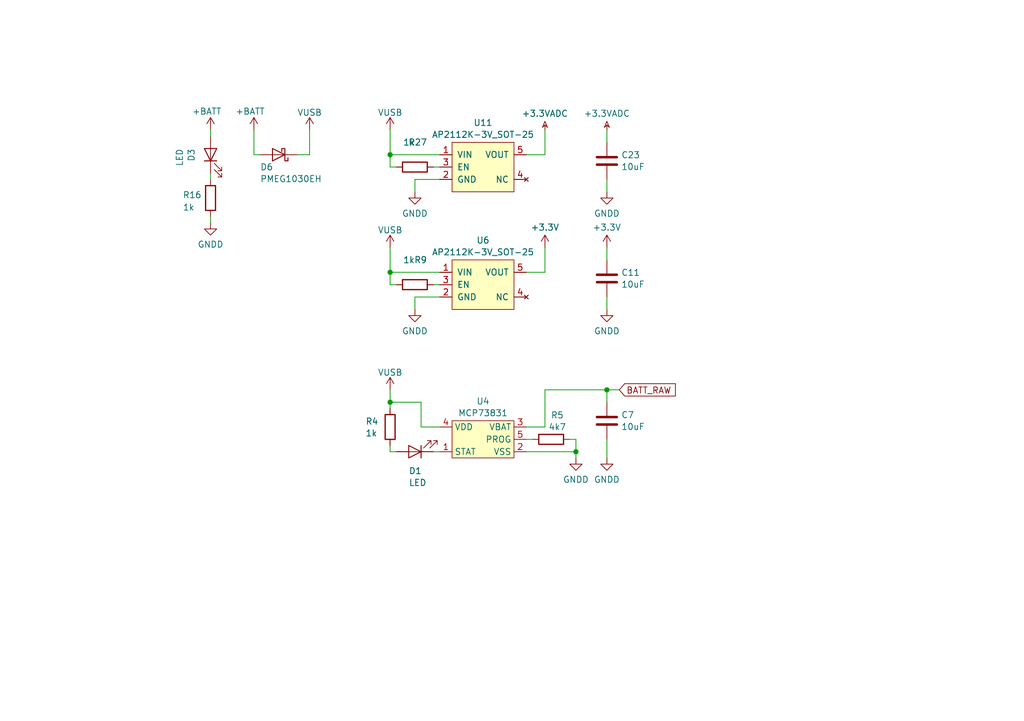
<source format=kicad_sch>
(kicad_sch (version 20231120) (generator "eeschema") (generator_version "8.0")
  (paper "A5")
  (lib_symbols
    (symbol "0.power-symbols:+3.3V" (power) (pin_names (offset 0))
      (property "Value" "+3.3V" (at 0 3.556 0))
      (symbol "+3.3V_0_1"
        (polyline (pts (xy -0.762 1.27) (xy 0 2.54)))
        (polyline (pts (xy 0 0) (xy 0 2.54)))
        (polyline (pts (xy 0 2.54) (xy 0.762 1.27)))
      )
      (symbol "+3.3V_1_1"
        (pin power_in line (at 0 0 90) (length 0) hide (name "+3V3") (number "1"))
      )
    )
    (symbol "0.power-symbols:+3.3VADC" (power) (pin_names (offset 0))
      (property "Value" "+3.3VADC" (at 0 2.54 0))
      (symbol "+3.3VADC_0_0"
        (pin power_in line (at 0 0 90) (length 0) hide (name "+3.3VADC") (number "1"))
      )
      (symbol "+3.3VADC_0_1"
        (polyline (pts (xy 0 0) (xy 0 1.016) (xy 0 1.016)))
        (polyline (pts (xy 0 1.016) (xy 0.508 0.508) (xy 0 1.778) (xy -0.508 0.508) (xy 0 1.016) (xy 0 1.016)))
      )
    )
    (symbol "0.power-symbols:+BATT" (power) (pin_names (offset 0))
      (property "Value" "+BATT" (at 0 3.556 0))
      (symbol "+BATT_0_1"
        (polyline (pts (xy -0.762 1.27) (xy 0 2.54)))
        (polyline (pts (xy 0 0) (xy 0 2.54)))
        (polyline (pts (xy 0 2.54) (xy 0.762 1.27)))
      )
      (symbol "+BATT_1_1"
        (pin power_in line (at 0 0 90) (length 0) hide (name "+BATT") (number "1"))
      )
    )
    (symbol "0.power-symbols:GNDD" (power) (pin_names (offset 0))
      (property "Value" "GNDD" (at 0 -3.81 0))
      (symbol "GNDD_0_1"
        (polyline (pts (xy 0 0) (xy 0 -1.27) (xy 1.27 -1.27) (xy 0 -2.54) (xy -1.27 -1.27) (xy 0 -1.27)))
      )
      (symbol "GNDD_1_1"
        (pin power_in line (at 0 0 270) (length 0) hide (name "GNDD") (number "1"))
      )
    )
    (symbol "0.power-symbols:VUSB" (power) (pin_names (offset 0))
      (property "Value" "VUSB" (at 0 3.556 0))
      (symbol "VUSB_0_1"
        (polyline (pts (xy -0.762 1.27) (xy 0 2.54)))
        (polyline (pts (xy 0 0) (xy 0 2.54)))
        (polyline (pts (xy 0 2.54) (xy 0.762 1.27)))
      )
      (symbol "VUSB_1_1"
        (pin power_in line (at 0 0 90) (length 0) hide (name "VUSB") (number "1"))
      )
    )
    (symbol "1.semi.discrete:D_Schottky" (pin_numbers hide) (pin_names (offset 1.016) hide)
      (property "Reference" "D" (at 0 2.54 0))
      (property "Value" "D_Schottky" (at 0 -2.54 0))
      (symbol "D_Schottky_0_1"
        (polyline (pts (xy 1.27 0) (xy -1.27 0)))
        (polyline (pts (xy 1.27 1.27) (xy 1.27 -1.27) (xy -1.27 0) (xy 1.27 1.27)) (stroke (width 0.2032)))
        (polyline (pts (xy -1.905 0.635) (xy -1.905 1.27) (xy -1.27 1.27) (xy -1.27 -1.27) (xy -0.635 -1.27) (xy -0.635 -0.635)) (stroke (width 0.2032)))
      )
      (symbol "D_Schottky_1_1"
        (pin passive line (at -3.81 0 0) (length 2.54) (name "K") (number "1"))
        (pin passive line (at 3.81 0 180) (length 2.54) (name "A") (number "2"))
      )
    )
    (symbol "1.semi.ic.pmic.voltagereg:AP2112K-3V_SOT-25" (pin_names (offset 1.016))
      (property "Reference" "U" (at -6.35 8.89 0))
      (property "Value" "AP2112K-3V_SOT-25" (at -6.35 6.35 0))
      (symbol "AP2112K-3V_SOT-25_0_1"
        (rectangle (start -6.35 5.08) (end 6.35 -5.08) (fill (type background)))
        (pin power_in line (at -8.89 2.54 0) (length 2.54) (name "VIN") (number "1"))
        (pin power_in line (at -8.89 -2.54 0) (length 2.54) (name "GND") (number "2"))
        (pin input line (at -8.89 0 0) (length 2.54) (name "EN") (number "3"))
        (pin no_connect line (at 8.89 -2.54 180) (length 2.54) (name "NC") (number "4"))
        (pin power_out line (at 8.89 2.54 180) (length 2.54) (name "VOUT") (number "5"))
      )
    )
    (symbol "1.semi.opto:LED" (pin_numbers hide) (pin_names (offset 1.016) hide)
      (property "Reference" "D" (at 0 2.54 0))
      (property "Value" "LED" (at 0 -2.54 0))
      (symbol "LED_0_1"
        (polyline (pts (xy -1.27 -1.27) (xy -1.27 1.27)) (stroke (width 0.2032)))
        (polyline (pts (xy -1.27 0) (xy 1.27 0)))
        (polyline (pts (xy 1.27 -1.27) (xy 1.27 1.27) (xy -1.27 0) (xy 1.27 -1.27)) (stroke (width 0.2032)))
        (polyline (pts (xy -3.048 -0.762) (xy -4.572 -2.286) (xy -3.81 -2.286) (xy -4.572 -2.286) (xy -4.572 -1.524)))
        (polyline (pts (xy -1.778 -0.762) (xy -3.302 -2.286) (xy -2.54 -2.286) (xy -3.302 -2.286) (xy -3.302 -1.524)))
      )
      (symbol "LED_1_1"
        (pin passive line (at -3.81 0 0) (length 2.54) (name "K") (number "1"))
        (pin passive line (at 3.81 0 180) (length 2.54) (name "A") (number "2"))
      )
    )
    (symbol "2.passive:C" (pin_numbers hide) (pin_names (offset 0.254))
      (property "Reference" "C" (at 0.635 2.54 0))
      (property "Value" "C" (at 0.635 -2.54 0))
      (symbol "C_0_1"
        (polyline (pts (xy -2.032 -0.762) (xy 2.032 -0.762)) (stroke (width 0.508)))
        (polyline (pts (xy -2.032 0.762) (xy 2.032 0.762)) (stroke (width 0.508)))
      )
      (symbol "C_1_1"
        (pin passive line (at 0 3.81 270) (length 2.794) (name "~") (number "1"))
        (pin passive line (at 0 -3.81 90) (length 2.794) (name "~") (number "2"))
      )
    )
    (symbol "2.passive:R" (pin_numbers hide) (pin_names (offset 0))
      (property "Reference" "R" (at 2.032 0 90))
      (property "Value" "R" (at 0 0 90))
      (symbol "R_0_1"
        (rectangle (start -1.016 -2.54) (end 1.016 2.54) (stroke (width 0.254)))
      )
      (symbol "R_1_1"
        (pin passive line (at 0 3.81 270) (length 1.27) (name "~") (number "1"))
        (pin passive line (at 0 -3.81 90) (length 1.27) (name "~") (number "2"))
      )
    )
    (symbol "4.power.battery:MCP73831"
      (property "Reference" "U" (at 0 3.81 0))
      (property "Value" "MCP73831" (at 0 1.905 0))
      (symbol "MCP73831_1_1"
        (rectangle (start -6.35 0) (end 6.35 -7.62) (fill (type background)))
        (pin output line (at -8.89 -6.35 0) (length 2.54) (name "STAT") (number "1"))
        (pin power_in line (at 8.89 -6.35 180) (length 2.54) (name "VSS") (number "2"))
        (pin power_in line (at 8.89 -1.27 180) (length 2.54) (name "VBAT") (number "3"))
        (pin power_in line (at -8.89 -1.27 0) (length 2.54) (name "VDD") (number "4"))
        (pin input line (at 8.89 -3.81 180) (length 2.54) (name "PROG") (number "5"))
      )
    )
  )
  (junction (at 80.01 55.88))
  (junction (at 80.01 31.75))
  (junction (at 80.01 82.55))
  (junction (at 124.46 80.01))
  (junction (at 118.11 92.71))
  (wire (pts (xy 80.01 80.01) (xy 80.01 82.55)))
  (wire (pts (xy 43.18 26.67) (xy 43.18 27.94)))
  (wire (pts (xy 124.46 26.67) (xy 124.46 29.21)))
  (wire (pts (xy 111.76 80.01) (xy 111.76 87.63)))
  (wire (pts (xy 107.95 55.88) (xy 111.76 55.88)))
  (wire (pts (xy 85.09 60.96) (xy 85.09 63.5)))
  (wire (pts (xy 111.76 87.63) (xy 107.95 87.63)))
  (wire (pts (xy 80.01 34.29) (xy 81.28 34.29)))
  (wire (pts (xy 111.76 55.88) (xy 111.76 50.8)))
  (wire (pts (xy 88.9 34.29) (xy 90.17 34.29)))
  (wire (pts (xy 86.36 87.63) (xy 90.17 87.63)))
  (wire (pts (xy 80.01 82.55) (xy 80.01 83.82)))
  (wire (pts (xy 107.95 92.71) (xy 118.11 92.71)))
  (wire (pts (xy 107.95 90.17) (xy 109.22 90.17)))
  (wire (pts (xy 80.01 26.67) (xy 80.01 31.75)))
  (wire (pts (xy 52.07 26.67) (xy 52.07 31.75)))
  (wire (pts (xy 124.46 60.96) (xy 124.46 63.5)))
  (wire (pts (xy 116.84 90.17) (xy 118.11 90.17)))
  (wire (pts (xy 80.01 31.75) (xy 80.01 34.29)))
  (wire (pts (xy 118.11 90.17) (xy 118.11 92.71)))
  (wire (pts (xy 124.46 36.83) (xy 124.46 39.37)))
  (wire (pts (xy 127 80.01) (xy 124.46 80.01)))
  (wire (pts (xy 111.76 31.75) (xy 111.76 26.67)))
  (wire (pts (xy 107.95 31.75) (xy 111.76 31.75)))
  (wire (pts (xy 118.11 93.98) (xy 118.11 92.71)))
  (wire (pts (xy 80.01 92.71) (xy 81.28 92.71)))
  (wire (pts (xy 85.09 36.83) (xy 85.09 39.37)))
  (wire (pts (xy 90.17 60.96) (xy 85.09 60.96)))
  (wire (pts (xy 80.01 31.75) (xy 90.17 31.75)))
  (wire (pts (xy 90.17 36.83) (xy 85.09 36.83)))
  (wire (pts (xy 80.01 55.88) (xy 90.17 55.88)))
  (wire (pts (xy 63.5 31.75) (xy 60.96 31.75)))
  (wire (pts (xy 124.46 80.01) (xy 124.46 82.55)))
  (wire (pts (xy 124.46 50.8) (xy 124.46 53.34)))
  (wire (pts (xy 43.18 35.56) (xy 43.18 36.83)))
  (wire (pts (xy 80.01 58.42) (xy 81.28 58.42)))
  (wire (pts (xy 88.9 92.71) (xy 90.17 92.71)))
  (wire (pts (xy 52.07 31.75) (xy 53.34 31.75)))
  (wire (pts (xy 80.01 50.8) (xy 80.01 55.88)))
  (wire (pts (xy 80.01 55.88) (xy 80.01 58.42)))
  (wire (pts (xy 80.01 82.55) (xy 86.36 82.55)))
  (wire (pts (xy 88.9 58.42) (xy 90.17 58.42)))
  (wire (pts (xy 80.01 91.44) (xy 80.01 92.71)))
  (wire (pts (xy 111.76 80.01) (xy 124.46 80.01)))
  (wire (pts (xy 43.18 44.45) (xy 43.18 45.72)))
  (wire (pts (xy 124.46 90.17) (xy 124.46 93.98)))
  (wire (pts (xy 63.5 26.67) (xy 63.5 31.75)))
  (wire (pts (xy 86.36 82.55) (xy 86.36 87.63)))
  (global_label "BATT_RAW" (shape input) (at 127 80.01 0) (property "Intersheetrefs" "${INTERSHEET_REFS}" (effects (hide yes))))
  (symbol (lib_id "0.power-symbols:GNDD") (at 118.11 93.98 0) (unit 1)
    (property "Reference" "#PWR016" (effects (hide yes)))
    (property "Value" "GNDD" (at 118.11 98.4234 0))
  )
  (symbol (lib_id "0.power-symbols:+3.3V") (at 111.76 50.8 0) (unit 1)
    (property "Reference" "#PWR033" (effects (hide yes)))
    (property "Value" "+3.3V" (at 111.76 46.6669 0))
  )
  (symbol (lib_id "1.semi.ic.pmic.voltagereg:AP2112K-3V_SOT-25") (at 99.06 58.42 0) (unit 1)
    (property "Reference" "U6" (at 99.06 49.3225 0))
    (property "Value" "AP2112K-3V_SOT-25" (at 99.06 51.7468 0))
    (property "Footprint" "1_Semi_TO_SOT:SOT-23-5" (effects (hide yes)))
    (property "PN" "4,13" (effects (hide yes)))
    (property "MPN" "C51118" (effects (hide yes)))
  )
  (symbol (lib_id "0.power-symbols:VUSB") (at 63.5 26.67 0) (unit 1)
    (property "Reference" "#PWR031" (effects (hide yes)))
    (property "Value" "VUSB" (at 63.5 23.0942 0))
  )
  (symbol (lib_id "2.passive:C") (at 124.46 33.02 0) (unit 1)
    (property "Reference" "C23" (at 127.381 31.8078 0) (effects (justify left)))
    (property "Value" "10uF" (at 127.381 34.2321 0) (effects (justify left)))
    (property "Footprint" "2_Passives_Capacitors_SMD_IPC:C_1608_603_B" (effects (hide yes)))
    (property "Description" "Unpolarized capacitor" (effects (hide yes)))
    (property "PN" "2,6" (effects (hide yes)))
    (property "MPN" "C2909630" (effects (hide yes)))
  )
  (symbol (lib_id "0.power-symbols:+3.3VADC") (at 111.76 26.67 0) (unit 1)
    (property "Reference" "#PWR080" (effects (hide yes)))
    (property "Value" "+3.3VADC" (at 111.76 23.2989 0))
  )
  (symbol (lib_id "2.passive:R") (at 43.18 40.64 0) (unit 1)
    (property "Reference" "R16" (at 37.465 40.005 0) (effects (justify left)))
    (property "Value" "1k" (at 37.465 42.545 0) (effects (justify left)))
    (property "Footprint" "2_Passives_Resistors_SMD_IPC:R_1608_603_B" (effects (hide yes)))
    (property "PN" "1,23" (effects (hide yes)))
    (property "MPN" "C2984405" (effects (hide yes)))
  )
  (symbol (lib_id "2.passive:R") (at 85.09 58.42 270) (unit 1)
    (property "Reference" "R9" (at 87.63 53.34 90) (effects (justify right)))
    (property "Value" "1k" (at 85.09 53.34 90) (effects (justify right)))
    (property "Footprint" "2_Passives_Resistors_SMD_IPC:R_1608_603_B" (effects (hide yes)))
    (property "Description" "Resistor" (effects (hide yes)))
    (property "PN" "1,23" (effects (hide yes)))
    (property "MPN" "C2984405" (effects (hide yes)))
  )
  (symbol (lib_id "0.power-symbols:VUSB") (at 80.01 50.8 0) (unit 1)
    (property "Reference" "#PWR049" (effects (hide yes)))
    (property "Value" "VUSB" (at 80.01 47.2242 0))
  )
  (symbol (lib_id "0.power-symbols:GNDD") (at 124.46 39.37 0) (unit 1)
    (property "Reference" "#PWR066" (effects (hide yes)))
    (property "Value" "GNDD" (at 124.46 43.8134 0))
  )
  (symbol (lib_id "1.semi.opto:LED") (at 85.09 92.71 180) (unit 1)
    (property "Reference" "D1" (at 83.82 96.6357 0) (effects (justify right)))
    (property "Value" "LED" (at 83.82 99.06 0) (effects (justify right)))
    (property "Footprint" "1_Semi_Discrete_Diodes_SMD:D_0603" (effects (hide yes)))
    (property "Description" "Light emitting diode" (effects (hide yes)))
    (property "PN" "3,7" (effects (hide yes)))
    (property "MPN" "C94869" (effects (hide yes)))
  )
  (symbol (lib_id "1.semi.ic.pmic.voltagereg:AP2112K-3V_SOT-25") (at 99.06 34.29 0) (unit 1)
    (property "Reference" "U11" (at 99.06 25.1925 0))
    (property "Value" "AP2112K-3V_SOT-25" (at 99.06 27.6168 0))
    (property "Footprint" "1_Semi_TO_SOT:SOT-23-5" (effects (hide yes)))
    (property "PN" "4,13" (effects (hide yes)))
    (property "MPN" "C51118" (effects (hide yes)))
  )
  (symbol (lib_id "0.power-symbols:+BATT") (at 43.18 26.67 0) (unit 1)
    (property "Reference" "#PWR023" (effects (hide yes)))
    (property "Value" "+BATT" (at 39.37 22.86 0) (effects (justify left)))
  )
  (symbol (lib_id "0.power-symbols:GNDD") (at 124.46 93.98 0) (unit 1)
    (property "Reference" "#PWR018" (effects (hide yes)))
    (property "Value" "GNDD" (at 124.46 98.4234 0))
  )
  (symbol (lib_id "1.semi.opto:LED") (at 43.18 31.75 90) (unit 1)
    (property "Reference" "D3" (at 39.2543 30.48 0) (effects (justify right)))
    (property "Value" "LED" (at 36.83 30.48 0) (effects (justify right)))
    (property "Footprint" "1_Semi_Discrete_Diodes_SMD:D_0603" (effects (hide yes)))
    (property "Description" "Light emitting diode" (effects (hide yes)))
    (property "PN" "3,7" (effects (hide yes)))
    (property "MPN" "C94869" (effects (hide yes)))
  )
  (symbol (lib_id "0.power-symbols:+3.3VADC") (at 124.46 26.67 0) (unit 1)
    (property "Reference" "#PWR081" (effects (hide yes)))
    (property "Value" "+3.3VADC" (at 124.46 23.2989 0))
  )
  (symbol (lib_id "2.passive:R") (at 80.01 87.63 0) (unit 1)
    (property "Reference" "R4" (at 74.93 86.4757 0) (effects (justify left)))
    (property "Value" "1k" (at 74.93 88.9 0) (effects (justify left)))
    (property "Footprint" "2_Passives_Resistors_SMD_IPC:R_1608_603_B" (effects (hide yes)))
    (property "Description" "Resistor" (effects (hide yes)))
    (property "PN" "1,23" (effects (hide yes)))
    (property "MPN" "C2984405" (effects (hide yes)))
  )
  (symbol (lib_id "0.power-symbols:+3.3V") (at 124.46 50.8 0) (unit 1)
    (property "Reference" "#PWR034" (effects (hide yes)))
    (property "Value" "+3.3V" (at 124.46 46.6669 0))
  )
  (symbol (lib_id "0.power-symbols:GNDD") (at 85.09 39.37 0) (unit 1)
    (property "Reference" "#PWR065" (effects (hide yes)))
    (property "Value" "GNDD" (at 85.09 43.8134 0))
  )
  (symbol (lib_id "2.passive:R") (at 113.03 90.17 90) (unit 1)
    (property "Reference" "R5" (at 114.3 85.2057 90))
    (property "Value" "4k7" (at 114.3 87.63 90))
    (property "Footprint" "2_Passives_Resistors_SMD_IPC:R_1608_603_B" (effects (hide yes)))
    (property "Description" "Resistor" (effects (hide yes)))
    (property "PN" "1,6" (effects (hide yes)))
    (property "MPN" "C2984421" (effects (hide yes)))
  )
  (symbol (lib_id "2.passive:C") (at 124.46 86.36 0) (unit 1)
    (property "Reference" "C7" (at 127.381 85.1478 0) (effects (justify left)))
    (property "Value" "10uF" (at 127.381 87.5721 0) (effects (justify left)))
    (property "Footprint" "2_Passives_Capacitors_SMD_IPC:C_1608_603_B" (effects (hide yes)))
    (property "Description" "Unpolarized capacitor" (effects (hide yes)))
    (property "PN" "2,6" (effects (hide yes)))
    (property "MPN" "C2909630" (effects (hide yes)))
  )
  (symbol (lib_id "0.power-symbols:GNDD") (at 85.09 63.5 0) (unit 1)
    (property "Reference" "#PWR032" (effects (hide yes)))
    (property "Value" "GNDD" (at 85.09 67.9434 0))
  )
  (symbol (lib_id "2.passive:C") (at 124.46 57.15 0) (unit 1)
    (property "Reference" "C11" (at 127.381 55.9378 0) (effects (justify left)))
    (property "Value" "10uF" (at 127.381 58.3621 0) (effects (justify left)))
    (property "Footprint" "2_Passives_Capacitors_SMD_IPC:C_1608_603_B" (effects (hide yes)))
    (property "Description" "Unpolarized capacitor" (effects (hide yes)))
    (property "PN" "2,6" (effects (hide yes)))
    (property "MPN" "C2909630" (effects (hide yes)))
  )
  (symbol (lib_id "0.power-symbols:+BATT") (at 52.07 26.67 0) (unit 1)
    (property "Reference" "#PWR078" (effects (hide yes)))
    (property "Value" "+BATT" (at 48.26 22.86 0) (effects (justify left)))
  )
  (symbol (lib_id "1.semi.discrete:D_Schottky") (at 57.15 31.75 180) (unit 1)
    (property "Reference" "D6" (at 53.34 34.29 0) (effects (justify right)))
    (property "Value" "PMEG1030EH" (at 53.34 36.7143 0) (effects (justify right)))
    (property "Footprint" "1_Semi_Discrete_Diodes_SMD:D_SOD-123F" (effects (hide yes)))
    (property "Description" "Schottky diode" (effects (hide yes)))
    (property "PN" "3,2" (effects (hide yes)))
    (property "MPN" "DIGI" (effects (hide yes)))
  )
  (symbol (lib_id "0.power-symbols:VUSB") (at 80.01 26.67 0) (unit 1)
    (property "Reference" "#PWR079" (effects (hide yes)))
    (property "Value" "VUSB" (at 80.01 23.0942 0))
  )
  (symbol (lib_id "0.power-symbols:GNDD") (at 43.18 45.72 0) (unit 1)
    (property "Reference" "#PWR086" (effects (hide yes)))
    (property "Value" "GNDD" (at 43.18 50.1634 0))
  )
  (symbol (lib_id "2.passive:R") (at 85.09 34.29 270) (unit 1)
    (property "Reference" "R27" (at 87.63 29.21 90) (effects (justify right)))
    (property "Value" "1k" (at 85.09 29.21 90) (effects (justify right)))
    (property "Footprint" "2_Passives_Resistors_SMD_IPC:R_1608_603_B" (effects (hide yes)))
    (property "Description" "Resistor" (effects (hide yes)))
    (property "PN" "1,23" (effects (hide yes)))
    (property "MPN" "C2984405" (effects (hide yes)))
  )
  (symbol (lib_id "0.power-symbols:VUSB") (at 80.01 80.01 0) (unit 1)
    (property "Reference" "#PWR014" (effects (hide yes)))
    (property "Value" "VUSB" (at 80.01 76.4342 0))
  )
  (symbol (lib_id "4.power.battery:MCP73831") (at 99.06 86.36 0) (unit 1)
    (property "Reference" "U4" (at 99.06 82.3425 0))
    (property "Value" "MCP73831" (at 99.06 84.7668 0))
    (property "Footprint" "1_Semi_TO_SOT:SOT-23-5" (effects (hide yes)))
    (property "PN" "4,16" (effects (hide yes)))
    (property "MPN" "C424093" (effects (hide yes)))
  )
  (symbol (lib_id "0.power-symbols:GNDD") (at 124.46 63.5 0) (unit 1)
    (property "Reference" "#PWR035" (effects (hide yes)))
    (property "Value" "GNDD" (at 124.46 67.9434 0))
  )
)
</source>
